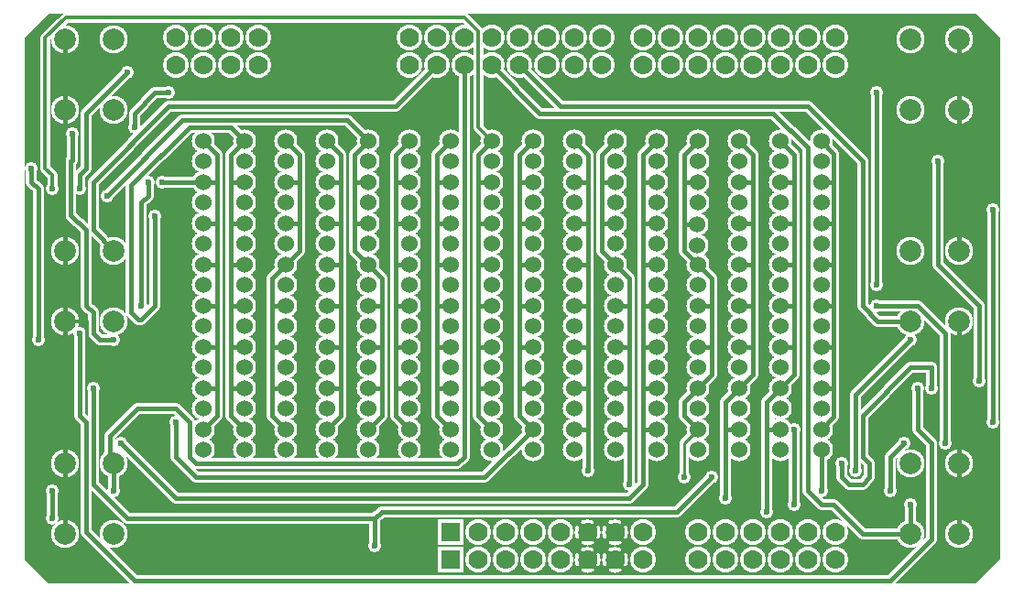
<source format=gbr>
G04 GERBER ASCII OUTPUT FROM: EDWINXP (VER. 1.61 REV. 20080315)*
G04 GERBER FORMAT: RX-274-X*
G04 BOARD: AMICUS_LED_SHIELD*
G04 ARTWORK OF COMP.LAYERPOSITIVE SUPERIMPOSED ON NEGATIVE*
%ASAXBY*%
%FSLAX23Y23*%
%MIA0B0*%
%MOIN*%
%OFA0.0000B0.0000*%
%SFA1B1*%
%IJA0B0*%
%INLAYER2NEGPOS*%
%IOA0B0*%
%IPPOS*%
%IR0*%
G04 APERTURE MACROS*
%AMEDWDONUT*
1,1,$1,$2,$3*
1,0,$4,$2,$3*
%
%AMEDWFRECT*
20,1,$1,$2,$3,$4,$5,$6*
%
%AMEDWORECT*
20,1,$1,$2,$3,$4,$5,$10*
20,1,$1,$4,$5,$6,$7,$10*
20,1,$1,$6,$7,$8,$9,$10*
20,1,$1,$8,$9,$2,$3,$10*
1,1,$1,$2,$3*
1,1,$1,$4,$5*
1,1,$1,$6,$7*
1,1,$1,$8,$9*
%
%AMEDWLINER*
20,1,$1,$2,$3,$4,$5,$6*
1,1,$1,$2,$3*
1,1,$1,$4,$5*
%
%AMEDWFTRNG*
4,1,3,$1,$2,$3,$4,$5,$6,$7,$8,$9*
%
%AMEDWATRNG*
4,1,3,$1,$2,$3,$4,$5,$6,$7,$8,$9*
20,1,$11,$1,$2,$3,$4,$10*
20,1,$11,$3,$4,$5,$6,$10*
20,1,$11,$5,$6,$7,$8,$10*
1,1,$11,$3,$4*
1,1,$11,$5,$6*
1,1,$11,$7,$8*
%
%AMEDWOTRNG*
20,1,$1,$2,$3,$4,$5,$8*
20,1,$1,$4,$5,$6,$7,$8*
20,1,$1,$6,$7,$2,$3,$8*
1,1,$1,$2,$3*
1,1,$1,$4,$5*
1,1,$1,$6,$7*
%
G04*
G04 APERTURE LIST*
%ADD10R,0.0860X0.0860*%
%ADD11R,0.1100X0.1100*%
%ADD12R,0.0700X0.0700*%
%ADD13R,0.0940X0.0940*%
%ADD14R,0.06693X0.04724*%
%ADD15R,0.09093X0.07124*%
%ADD16R,0.05906X0.03937*%
%ADD17R,0.08306X0.06337*%
%ADD18R,0.0460X0.0500*%
%ADD19R,0.0700X0.0740*%
%ADD20R,0.0400X0.0440*%
%ADD21R,0.0640X0.0680*%
%ADD22R,0.0500X0.0460*%
%ADD23R,0.0740X0.0700*%
%ADD24R,0.0440X0.0400*%
%ADD25R,0.0680X0.0640*%
%ADD26R,0.0350X0.0900*%
%ADD27R,0.0590X0.1140*%
%ADD28R,0.0250X0.0800*%
%ADD29R,0.0490X0.1040*%
%ADD30C,0.00039*%
%ADD32C,0.0010*%
%ADD34C,0.00118*%
%ADD36C,0.0020*%
%ADD37R,0.0020X0.0020*%
%ADD38C,0.00295*%
%ADD39R,0.00295X0.00295*%
%ADD40C,0.0030*%
%ADD41R,0.0030X0.0030*%
%ADD42C,0.0040*%
%ADD43R,0.0040X0.0040*%
%ADD44C,0.00412*%
%ADD45R,0.00412X0.00412*%
%ADD46C,0.00468*%
%ADD47R,0.00468X0.00468*%
%ADD48C,0.00472*%
%ADD50C,0.0050*%
%ADD51R,0.0050X0.0050*%
%ADD52C,0.00512*%
%ADD53R,0.00512X0.00512*%
%ADD54C,0.00529*%
%ADD55R,0.00529X0.00529*%
%ADD56C,0.00591*%
%ADD57R,0.00591X0.00591*%
%ADD58C,0.00647*%
%ADD59R,0.00647X0.00647*%
%ADD60C,0.00659*%
%ADD61R,0.00659X0.00659*%
%ADD62C,0.00702*%
%ADD63R,0.00702X0.00702*%
%ADD64C,0.00706*%
%ADD65R,0.00706X0.00706*%
%ADD66C,0.0076*%
%ADD67R,0.0076X0.0076*%
%ADD68C,0.00787*%
%ADD69R,0.00787X0.00787*%
%ADD70C,0.00799*%
%ADD72C,0.0080*%
%ADD74C,0.00866*%
%ADD76C,0.00935*%
%ADD77R,0.00935X0.00935*%
%ADD78C,0.00984*%
%ADD79R,0.00984X0.00984*%
%ADD80C,0.00993*%
%ADD81R,0.00993X0.00993*%
%ADD82C,0.0100*%
%ADD83R,0.0100X0.0100*%
%ADD84C,0.01052*%
%ADD85R,0.01052X0.01052*%
%ADD86C,0.0111*%
%ADD87R,0.0111X0.0111*%
%ADD88C,0.01111*%
%ADD89R,0.01111X0.01111*%
%ADD90C,0.01169*%
%ADD91R,0.01169X0.01169*%
%ADD92C,0.01181*%
%ADD94C,0.0120*%
%ADD96C,0.0130*%
%ADD98C,0.01344*%
%ADD99R,0.01344X0.01344*%
%ADD100C,0.01345*%
%ADD101R,0.01345X0.01345*%
%ADD102C,0.01348*%
%ADD103R,0.01348X0.01348*%
%ADD104C,0.01403*%
%ADD105R,0.01403X0.01403*%
%ADD106C,0.01462*%
%ADD107R,0.01462X0.01462*%
%ADD108C,0.0150*%
%ADD109R,0.0150X0.0150*%
%ADD110C,0.01519*%
%ADD111R,0.01519X0.01519*%
%ADD112C,0.01575*%
%ADD114C,0.01579*%
%ADD115R,0.01579X0.01579*%
%ADD116C,0.0160*%
%ADD118C,0.01694*%
%ADD119R,0.01694X0.01694*%
%ADD120C,0.01699*%
%ADD121R,0.01699X0.01699*%
%ADD122C,0.01753*%
%ADD123R,0.01753X0.01753*%
%ADD124C,0.01754*%
%ADD125R,0.01754X0.01754*%
%ADD126C,0.0187*%
%ADD127R,0.0187X0.0187*%
%ADD128C,0.01871*%
%ADD129R,0.01871X0.01871*%
%ADD130C,0.01929*%
%ADD131R,0.01929X0.01929*%
%ADD132C,0.01969*%
%ADD133R,0.01969X0.01969*%
%ADD134C,0.02103*%
%ADD135R,0.02103X0.02103*%
%ADD136C,0.02105*%
%ADD137R,0.02105X0.02105*%
%ADD138C,0.02162*%
%ADD139R,0.02162X0.02162*%
%ADD140C,0.02163*%
%ADD141R,0.02163X0.02163*%
%ADD142C,0.02222*%
%ADD143R,0.02222X0.02222*%
%ADD144C,0.0228*%
%ADD145R,0.0228X0.0228*%
%ADD146C,0.02339*%
%ADD147R,0.02339X0.02339*%
%ADD148C,0.02362*%
%ADD149R,0.02362X0.02362*%
%ADD150C,0.0240*%
%ADD151R,0.0240X0.0240*%
%ADD152C,0.0240*%
%ADD153R,0.0240X0.0240*%
%ADD154C,0.02456*%
%ADD155R,0.02456X0.02456*%
%ADD156C,0.0250*%
%ADD157R,0.0250X0.0250*%
%ADD158C,0.02571*%
%ADD159R,0.02571X0.02571*%
%ADD160C,0.02688*%
%ADD161R,0.02688X0.02688*%
%ADD162C,0.02804*%
%ADD163R,0.02804X0.02804*%
%ADD164C,0.02868*%
%ADD165R,0.02868X0.02868*%
%ADD166C,0.0290*%
%ADD168C,0.02921*%
%ADD169R,0.02921X0.02921*%
%ADD170C,0.02991*%
%ADD171R,0.02991X0.02991*%
%ADD172C,0.0300*%
%ADD173R,0.0300X0.0300*%
%ADD174C,0.03038*%
%ADD175R,0.03038X0.03038*%
%ADD176C,0.03059*%
%ADD177R,0.03059X0.03059*%
%ADD178C,0.03102*%
%ADD179R,0.03102X0.03102*%
%ADD180C,0.03155*%
%ADD181R,0.03155X0.03155*%
%ADD182C,0.0316*%
%ADD183R,0.0316X0.0316*%
%ADD184C,0.03187*%
%ADD185R,0.03187X0.03187*%
%ADD186C,0.03199*%
%ADD187R,0.03199X0.03199*%
%ADD188C,0.0320*%
%ADD189R,0.0320X0.0320*%
%ADD190C,0.03266*%
%ADD192C,0.03272*%
%ADD193R,0.03272X0.03272*%
%ADD194C,0.0333*%
%ADD195R,0.0333X0.0333*%
%ADD196C,0.03335*%
%ADD197R,0.03335X0.03335*%
%ADD198C,0.03384*%
%ADD199R,0.03384X0.03384*%
%ADD200C,0.03391*%
%ADD201R,0.03391X0.03391*%
%ADD202C,0.03393*%
%ADD203R,0.03393X0.03393*%
%ADD204C,0.03452*%
%ADD205R,0.03452X0.03452*%
%ADD206C,0.0350*%
%ADD207R,0.0350X0.0350*%
%ADD208C,0.03506*%
%ADD209R,0.03506X0.03506*%
%ADD210C,0.0351*%
%ADD211R,0.0351X0.0351*%
%ADD212C,0.03511*%
%ADD213R,0.03511X0.03511*%
%ADD214C,0.03569*%
%ADD215R,0.03569X0.03569*%
%ADD216C,0.03581*%
%ADD218C,0.0360*%
%ADD220C,0.0370*%
%ADD222C,0.03739*%
%ADD223R,0.03739X0.03739*%
%ADD224C,0.03744*%
%ADD225R,0.03744X0.03744*%
%ADD226C,0.03745*%
%ADD227R,0.03745X0.03745*%
%ADD228C,0.03803*%
%ADD229R,0.03803X0.03803*%
%ADD230C,0.03862*%
%ADD231R,0.03862X0.03862*%
%ADD232C,0.0390*%
%ADD233R,0.0390X0.0390*%
%ADD234C,0.03919*%
%ADD235R,0.03919X0.03919*%
%ADD236C,0.03937*%
%ADD237R,0.03937X0.03937*%
%ADD238C,0.03973*%
%ADD239R,0.03973X0.03973*%
%ADD240C,0.03975*%
%ADD242C,0.03979*%
%ADD243R,0.03979X0.03979*%
%ADD244C,0.0400*%
%ADD245R,0.0400X0.0400*%
%ADD246C,0.0409*%
%ADD247R,0.0409X0.0409*%
%ADD248C,0.04094*%
%ADD249R,0.04094X0.04094*%
%ADD250C,0.04153*%
%ADD251R,0.04153X0.04153*%
%ADD252C,0.04154*%
%ADD253R,0.04154X0.04154*%
%ADD254C,0.04173*%
%ADD255R,0.04173X0.04173*%
%ADD256C,0.04209*%
%ADD257R,0.04209X0.04209*%
%ADD258C,0.0427*%
%ADD259R,0.0427X0.0427*%
%ADD260C,0.04271*%
%ADD261R,0.04271X0.04271*%
%ADD262C,0.04329*%
%ADD263R,0.04329X0.04329*%
%ADD264C,0.04385*%
%ADD265R,0.04385X0.04385*%
%ADD266C,0.0444*%
%ADD267R,0.0444X0.0444*%
%ADD268C,0.0450*%
%ADD269R,0.0450X0.0450*%
%ADD270C,0.04503*%
%ADD271R,0.04503X0.04503*%
%ADD272C,0.04505*%
%ADD273R,0.04505X0.04505*%
%ADD274C,0.04562*%
%ADD275R,0.04562X0.04562*%
%ADD276C,0.04563*%
%ADD277R,0.04563X0.04563*%
%ADD278C,0.04622*%
%ADD279R,0.04622X0.04622*%
%ADD280C,0.0468*%
%ADD281R,0.0468X0.0468*%
%ADD282C,0.0470*%
%ADD283R,0.0470X0.0470*%
%ADD284C,0.04739*%
%ADD285R,0.04739X0.04739*%
%ADD286C,0.04762*%
%ADD287R,0.04762X0.04762*%
%ADD288C,0.04856*%
%ADD289R,0.04856X0.04856*%
%ADD290C,0.0490*%
%ADD291R,0.0490X0.0490*%
%ADD292C,0.04908*%
%ADD293R,0.04908X0.04908*%
%ADD294C,0.04971*%
%ADD295R,0.04971X0.04971*%
%ADD296C,0.0500*%
%ADD297R,0.0500X0.0500*%
%ADD298C,0.05025*%
%ADD299R,0.05025X0.05025*%
%ADD300C,0.05088*%
%ADD301R,0.05088X0.05088*%
%ADD302C,0.05118*%
%ADD303R,0.05118X0.05118*%
%ADD304C,0.05141*%
%ADD305R,0.05141X0.05141*%
%ADD306C,0.05145*%
%ADD307R,0.05145X0.05145*%
%ADD308C,0.05204*%
%ADD309R,0.05204X0.05204*%
%ADD310C,0.05258*%
%ADD311R,0.05258X0.05258*%
%ADD312C,0.05321*%
%ADD313R,0.05321X0.05321*%
%ADD314C,0.05375*%
%ADD315R,0.05375X0.05375*%
%ADD316C,0.05438*%
%ADD317R,0.05438X0.05438*%
%ADD318C,0.0550*%
%ADD319R,0.0550X0.0550*%
%ADD320C,0.05555*%
%ADD321R,0.05555X0.05555*%
%ADD322C,0.0560*%
%ADD323R,0.0560X0.0560*%
%ADD324C,0.05613*%
%ADD325R,0.05613X0.05613*%
%ADD326C,0.05672*%
%ADD327R,0.05672X0.05672*%
%ADD328C,0.0570*%
%ADD329R,0.0570X0.0570*%
%ADD330C,0.05726*%
%ADD331R,0.05726X0.05726*%
%ADD332C,0.0573*%
%ADD333R,0.0573X0.0573*%
%ADD334C,0.05788*%
%ADD335R,0.05788X0.05788*%
%ADD336C,0.05791*%
%ADD337R,0.05791X0.05791*%
%ADD338C,0.05846*%
%ADD339R,0.05846X0.05846*%
%ADD340C,0.0590*%
%ADD341R,0.0590X0.0590*%
%ADD342C,0.05905*%
%ADD343R,0.05905X0.05905*%
%ADD344C,0.05906*%
%ADD345R,0.05906X0.05906*%
%ADD346C,0.0600*%
%ADD347R,0.0600X0.0600*%
%ADD348C,0.06139*%
%ADD349R,0.06139X0.06139*%
%ADD350C,0.0620*%
%ADD351R,0.0620X0.0620*%
%ADD352C,0.06201*%
%ADD353R,0.06201X0.06201*%
%ADD354C,0.06373*%
%ADD355R,0.06373X0.06373*%
%ADD356C,0.06485*%
%ADD357R,0.06485X0.06485*%
%ADD358C,0.0649*%
%ADD359R,0.0649X0.0649*%
%ADD360C,0.0650*%
%ADD361R,0.0650X0.0650*%
%ADD362C,0.06609*%
%ADD363R,0.06609X0.06609*%
%ADD364C,0.06693*%
%ADD365R,0.06693X0.06693*%
%ADD366C,0.06785*%
%ADD367R,0.06785X0.06785*%
%ADD368C,0.0684*%
%ADD369R,0.0684X0.0684*%
%ADD370C,0.0690*%
%ADD371R,0.0690X0.0690*%
%ADD372C,0.06906*%
%ADD373R,0.06906X0.06906*%
%ADD374C,0.06953*%
%ADD375R,0.06953X0.06953*%
%ADD376C,0.0700*%
%ADD377R,0.0700X0.0700*%
%ADD378C,0.0710*%
%ADD379R,0.0710X0.0710*%
%ADD380C,0.07308*%
%ADD381R,0.07308X0.07308*%
%ADD382C,0.0740*%
%ADD383R,0.0740X0.0740*%
%ADD384C,0.07425*%
%ADD385R,0.07425X0.07425*%
%ADD386C,0.0750*%
%ADD387R,0.0750X0.0750*%
%ADD388C,0.07541*%
%ADD389R,0.07541X0.07541*%
%ADD390C,0.07545*%
%ADD391R,0.07545X0.07545*%
%ADD392C,0.07598*%
%ADD394C,0.0760*%
%ADD396C,0.07658*%
%ADD397R,0.07658X0.07658*%
%ADD398C,0.07775*%
%ADD399R,0.07775X0.07775*%
%ADD400C,0.07874*%
%ADD402C,0.0790*%
%ADD403R,0.0790X0.0790*%
%ADD404C,0.0800*%
%ADD405R,0.0800X0.0800*%
%ADD406C,0.08013*%
%ADD407R,0.08013X0.08013*%
%ADD408C,0.0810*%
%ADD409R,0.0810X0.0810*%
%ADD410C,0.08126*%
%ADD411R,0.08126X0.08126*%
%ADD412C,0.08188*%
%ADD413R,0.08188X0.08188*%
%ADD414C,0.08246*%
%ADD415R,0.08246X0.08246*%
%ADD416C,0.08296*%
%ADD417R,0.08296X0.08296*%
%ADD418C,0.08305*%
%ADD419R,0.08305X0.08305*%
%ADD420C,0.08306*%
%ADD421R,0.08306X0.08306*%
%ADD422C,0.0840*%
%ADD423R,0.0840X0.0840*%
%ADD424C,0.08598*%
%ADD426C,0.0860*%
%ADD427R,0.0860X0.0860*%
%ADD428C,0.08601*%
%ADD429R,0.08601X0.08601*%
%ADD430C,0.0870*%
%ADD431R,0.0870X0.0870*%
%ADD432C,0.08828*%
%ADD433R,0.08828X0.08828*%
%ADD434C,0.08885*%
%ADD435R,0.08885X0.08885*%
%ADD436C,0.0890*%
%ADD437R,0.0890X0.0890*%
%ADD438C,0.0900*%
%ADD439R,0.0900X0.0900*%
%ADD440C,0.09062*%
%ADD441R,0.09062X0.09062*%
%ADD442C,0.09093*%
%ADD443R,0.09093X0.09093*%
%ADD444C,0.09237*%
%ADD445R,0.09237X0.09237*%
%ADD446C,0.09353*%
%ADD447R,0.09353X0.09353*%
%ADD448C,0.0940*%
%ADD449R,0.0940X0.0940*%
%ADD450C,0.0970*%
%ADD451R,0.0970X0.0970*%
%ADD452C,0.09705*%
%ADD453R,0.09705X0.09705*%
%ADD454C,0.09843*%
%ADD455R,0.09843X0.09843*%
%ADD456C,0.0990*%
%ADD457R,0.0990X0.0990*%
%ADD458C,0.09998*%
%ADD460C,0.1000*%
%ADD461R,0.1000X0.1000*%
%ADD462C,0.10274*%
%ADD464C,0.1040*%
%ADD465R,0.1040X0.1040*%
%ADD466C,0.10465*%
%ADD467R,0.10465X0.10465*%
%ADD468C,0.10696*%
%ADD469R,0.10696X0.10696*%
%ADD470C,0.10998*%
%ADD472C,0.1100*%
%ADD473R,0.1100X0.1100*%
%ADD474C,0.1110*%
%ADD475R,0.1110X0.1110*%
%ADD476C,0.1120*%
%ADD477R,0.1120X0.1120*%
%ADD478C,0.11228*%
%ADD479R,0.11228X0.11228*%
%ADD480C,0.1140*%
%ADD481R,0.1140X0.1140*%
%ADD482C,0.11462*%
%ADD483R,0.11462X0.11462*%
%ADD484C,0.1150*%
%ADD485R,0.1150X0.1150*%
%ADD486C,0.11637*%
%ADD487R,0.11637X0.11637*%
%ADD488C,0.1200*%
%ADD489R,0.1200X0.1200*%
%ADD490C,0.1210*%
%ADD491R,0.1210X0.1210*%
%ADD492C,0.12105*%
%ADD493R,0.12105X0.12105*%
%ADD494C,0.1240*%
%ADD495R,0.1240X0.1240*%
%ADD496C,0.1250*%
%ADD497R,0.1250X0.1250*%
%ADD498C,0.12865*%
%ADD499R,0.12865X0.12865*%
%ADD500C,0.12992*%
%ADD501R,0.12992X0.12992*%
%ADD502C,0.1300*%
%ADD503R,0.1300X0.1300*%
%ADD504C,0.13204*%
%ADD505R,0.13204X0.13204*%
%ADD506C,0.1340*%
%ADD507R,0.1340X0.1340*%
%ADD508C,0.13798*%
%ADD509R,0.13798X0.13798*%
%ADD510C,0.1390*%
%ADD511R,0.1390X0.1390*%
%ADD512C,0.1420*%
%ADD513R,0.1420X0.1420*%
%ADD514C,0.1440*%
%ADD515R,0.1440X0.1440*%
%ADD516C,0.1490*%
%ADD517R,0.1490X0.1490*%
%ADD518C,0.1520*%
%ADD519R,0.1520X0.1520*%
%ADD520C,0.15374*%
%ADD521R,0.15374X0.15374*%
%ADD522C,0.1540*%
%ADD523R,0.1540X0.1540*%
%ADD524C,0.15604*%
%ADD525R,0.15604X0.15604*%
%ADD526C,0.16198*%
%ADD527R,0.16198X0.16198*%
%ADD528C,0.1660*%
%ADD529R,0.1660X0.1660*%
%ADD530C,0.17323*%
%ADD532C,0.1760*%
%ADD533R,0.1760X0.1760*%
%ADD534C,0.17774*%
%ADD535R,0.17774X0.17774*%
%ADD536C,0.18504*%
%ADD538C,0.18898*%
%ADD540C,0.20904*%
%ADD542C,0.2126*%
%ADD544C,0.21298*%
%ADD546C,0.22217*%
%ADD547R,0.22217X0.22217*%
%ADD548C,0.22835*%
%ADD551R,0.23622X0.23622*%
%ADD553R,0.24617X0.24617*%
%ADD555R,0.24937X0.24937*%
%ADD557R,0.25257X0.25257*%
%ADD559R,0.26022X0.26022*%
%ADD561R,0.27337X0.27337*%
%ADD563R,0.27657X0.27657*%
%ADD565R,0.31496X0.31496*%
%ADD567R,0.32811X0.32811*%
%ADD569R,0.33266X0.33266*%
%ADD571R,0.33896X0.33896*%
%ADD573R,0.35211X0.35211*%
%ADD575R,0.35666X0.35666*%
%ADD577R,0.36574X0.36574*%
%ADD579R,0.38974X0.38974*%
%ADD581R,1.90361X1.90361*%
%ADD583R,1.92761X1.92761*%
G04*
%LNLLAYER2CPOURD*%
%LPD*%
G36*
X2060Y98D02*
X2025Y13D01*
X100Y13D01*
X13Y100D01*
X13Y2000D01*
X100Y2088D01*
X3475Y2088D01*
X3563Y2000D01*
X3563Y100D01*
X3475Y13D01*
X2088Y13D01*
X2060Y98D01*
G37*
G36*
X2063Y100D02*
X2000Y13D01*
X2113Y13D01*
X2063Y100D01*
G37*
%LNLLAYER2CRELIEVEC*%
%LPC*%
G36*
X667Y1544D02*
X667Y659D01*
X699Y659D01*
X699Y1544D01*
X667Y1544D01*
G37*
G36*
X625Y548D02*
X625Y531D01*
X646Y531D01*
X646Y548D01*
X625Y548D01*
G37*
G36*
X574Y603D02*
X574Y469D01*
X599Y469D01*
X599Y603D01*
X574Y603D01*
G37*
G36*
X766Y1533D02*
X766Y659D01*
X811Y659D01*
X811Y1533D01*
X766Y1533D01*
G37*
G36*
X916Y1083D02*
X916Y672D01*
X967Y672D01*
X967Y1083D01*
X916Y1083D01*
G37*
G36*
X967Y1541D02*
X967Y1268D01*
X998Y1268D01*
X998Y1541D01*
X967Y1541D01*
G37*
G36*
X1113Y1541D02*
X1113Y660D01*
X1167Y660D01*
X1167Y1541D01*
X1113Y1541D01*
G37*
G36*
X1221Y1528D02*
X1221Y1270D01*
X1250Y1270D01*
X1250Y1528D01*
X1221Y1528D01*
G37*
G36*
X1268Y1084D02*
X1268Y668D01*
X1299Y668D01*
X1299Y1084D01*
X1268Y1084D01*
G37*
G36*
X1372Y1532D02*
X1372Y664D01*
X1398Y664D01*
X1398Y1532D01*
X1372Y1532D01*
G37*
G36*
X1518Y1596D02*
X1518Y598D01*
X1601Y598D01*
X1601Y1596D01*
X1518Y1596D01*
G37*
G36*
X1570Y556D02*
X1570Y523D01*
X1608Y523D01*
X1608Y556D01*
X1570Y556D01*
G37*
G36*
X1673Y1531D02*
X1673Y671D01*
X1703Y671D01*
X1703Y1531D01*
X1673Y1531D01*
G37*
G36*
X1814Y1527D02*
X1814Y663D01*
X1865Y663D01*
X1865Y1527D01*
X1814Y1527D01*
G37*
G36*
X2011Y1531D02*
X2011Y520D01*
X2050Y520D01*
X2050Y1531D01*
X2011Y1531D01*
G37*
G36*
X2121Y1533D02*
X2121Y1270D01*
X2162Y1270D01*
X2162Y1533D01*
X2121Y1533D01*
G37*
G36*
X2159Y1089D02*
X2159Y525D01*
X2211Y525D01*
X2211Y1089D01*
X2159Y1089D01*
G37*
G36*
X2269Y1527D02*
X2269Y514D01*
X2306Y514D01*
X2306Y1527D01*
X2269Y1527D01*
G37*
G36*
X2572Y633D02*
X2572Y515D01*
X2603Y515D01*
X2603Y633D01*
X2572Y633D01*
G37*
G36*
X2465Y1080D02*
X2465Y819D01*
X2497Y819D01*
X2497Y1080D01*
X2465Y1080D01*
G37*
G36*
X2617Y1304D02*
X2617Y818D01*
X2657Y818D01*
X2657Y1304D01*
X2617Y1304D01*
G37*
G36*
X2762Y1308D02*
X2762Y825D01*
X2811Y825D01*
X2811Y1308D01*
X2762Y1308D01*
G37*
G36*
X2711Y645D02*
X2711Y518D01*
X2743Y518D01*
X2743Y645D01*
X2711Y645D01*
G37*
G36*
X2769Y574D02*
X2769Y507D01*
X2797Y507D01*
X2797Y574D01*
X2769Y574D01*
G37*
G36*
X2863Y1311D02*
X2863Y518D01*
X2900Y518D01*
X2900Y1311D01*
X2863Y1311D01*
G37*
G36*
X2911Y1305D02*
X2911Y677D01*
X2948Y677D01*
X2948Y1305D01*
X2911Y1305D01*
G37*
G36*
X2410Y1535D02*
X2410Y1253D01*
X2464Y1253D01*
X2464Y1535D01*
X2410Y1535D01*
G37*
G36*
X2616Y1544D02*
X2616Y1339D01*
X2653Y1339D01*
X2653Y1544D01*
X2616Y1544D01*
G37*
G36*
X2764Y1537D02*
X2764Y1338D01*
X2800Y1338D01*
X2800Y1537D01*
X2764Y1537D01*
G37*
G36*
X2878Y1600D02*
X2878Y1338D01*
X2896Y1338D01*
X2896Y1600D01*
X2878Y1600D01*
G37*
G36*
X2911Y1541D02*
X2911Y1323D01*
X2948Y1323D01*
X2948Y1541D01*
X2911Y1541D01*
G37*
G36*
X413Y1017D02*
X413Y992D01*
X439Y992D01*
X439Y1017D01*
X413Y1017D01*
G37*
G36*
X411Y1480D02*
X411Y1407D01*
X452Y1407D01*
X452Y1480D01*
X411Y1480D01*
G37*
G36*
X337Y523D02*
X337Y471D01*
X377Y471D01*
X377Y523D01*
X337Y523D01*
G37*
G36*
X2872Y481D02*
X2872Y344D01*
X2898Y344D01*
X2898Y481D01*
X2872Y481D01*
G37*
D422*
X1113Y575D02*D03*
X1113Y501D02*D03*
X1113Y725D02*D03*
X1113Y651D02*D03*
X1113Y875D02*D03*
X1113Y801D02*D03*
X1113Y1025D02*D03*
X1113Y951D02*D03*
X1113Y1175D02*D03*
X1113Y1101D02*D03*
D448*
X2263Y2000D02*D03*
X2363Y2000D02*D03*
X2463Y2000D02*D03*
X2563Y2000D02*D03*
X2663Y2000D02*D03*
X2763Y2000D02*D03*
X2863Y2000D02*D03*
X2963Y2000D02*D03*
X1763Y100D02*D03*
X1863Y100D02*D03*
X1963Y100D02*D03*
X2263Y100D02*D03*
X1413Y2000D02*D03*
X1513Y2000D02*D03*
X1613Y2000D02*D03*
X1713Y2000D02*D03*
X1813Y2000D02*D03*
X1913Y2000D02*D03*
X2013Y2000D02*D03*
X2113Y2000D02*D03*
X2463Y100D02*D03*
X2563Y100D02*D03*
X2663Y100D02*D03*
X2763Y100D02*D03*
X2863Y100D02*D03*
X2963Y100D02*D03*
D13* 
X1563Y200D02*D03*
D448*
X1663Y200D02*D03*
X1763Y200D02*D03*
X1863Y200D02*D03*
X1963Y200D02*D03*
X2263Y200D02*D03*
X563Y1900D02*D03*
X663Y1900D02*D03*
X763Y1900D02*D03*
X863Y1900D02*D03*
X2463Y200D02*D03*
X2563Y200D02*D03*
X2663Y200D02*D03*
X2763Y200D02*D03*
X2863Y200D02*D03*
X2963Y200D02*D03*
X1413Y1900D02*D03*
X1513Y1900D02*D03*
X1613Y1900D02*D03*
X1713Y1900D02*D03*
X1813Y1900D02*D03*
X1913Y1900D02*D03*
X2013Y1900D02*D03*
X2113Y1900D02*D03*
X2263Y1900D02*D03*
X2363Y1900D02*D03*
X2463Y1900D02*D03*
X2563Y1900D02*D03*
X2663Y1900D02*D03*
X2763Y1900D02*D03*
X2863Y1900D02*D03*
X2963Y1900D02*D03*
D422*
X1113Y1625D02*D03*
X1113Y1551D02*D03*
X1263Y575D02*D03*
X1263Y501D02*D03*
X1263Y725D02*D03*
X1263Y651D02*D03*
X1263Y875D02*D03*
X1263Y801D02*D03*
X1263Y1025D02*D03*
X1263Y951D02*D03*
X1263Y1175D02*D03*
X1263Y1101D02*D03*
X963Y575D02*D03*
X963Y501D02*D03*
X963Y725D02*D03*
X963Y651D02*D03*
X963Y875D02*D03*
X963Y801D02*D03*
X963Y1025D02*D03*
X963Y951D02*D03*
X963Y1175D02*D03*
X963Y1101D02*D03*
X963Y1325D02*D03*
X963Y1251D02*D03*
X963Y1475D02*D03*
X963Y1401D02*D03*
X963Y1625D02*D03*
X963Y1551D02*D03*
D462*
X338Y1993D02*D03*
X338Y1738D02*D03*
D422*
X1563Y875D02*D03*
X1563Y801D02*D03*
X1563Y1025D02*D03*
X1563Y951D02*D03*
X1563Y1175D02*D03*
X1563Y1101D02*D03*
X1563Y1325D02*D03*
X1563Y1251D02*D03*
X1563Y1475D02*D03*
X1563Y1401D02*D03*
X1563Y1625D02*D03*
X1563Y1551D02*D03*
X1413Y575D02*D03*
X1413Y501D02*D03*
X1413Y725D02*D03*
X1413Y651D02*D03*
X1413Y875D02*D03*
X1413Y801D02*D03*
X1263Y1325D02*D03*
X1263Y1251D02*D03*
X1263Y1475D02*D03*
X1263Y1401D02*D03*
X1263Y1625D02*D03*
X1263Y1551D02*D03*
X1113Y1325D02*D03*
X1113Y1251D02*D03*
X1113Y1475D02*D03*
X1113Y1401D02*D03*
D448*
X563Y2000D02*D03*
X663Y2000D02*D03*
X763Y2000D02*D03*
X863Y2000D02*D03*
D422*
X1713Y1625D02*D03*
X1713Y1551D02*D03*
X1863Y575D02*D03*
X1863Y501D02*D03*
X1863Y725D02*D03*
X1863Y651D02*D03*
X1863Y875D02*D03*
X1863Y801D02*D03*
X1863Y1025D02*D03*
X1863Y951D02*D03*
X1863Y1175D02*D03*
X1863Y1101D02*D03*
X1863Y1325D02*D03*
X1863Y1251D02*D03*
X1863Y1475D02*D03*
X1863Y1401D02*D03*
X1863Y1625D02*D03*
X1863Y1551D02*D03*
X1413Y1025D02*D03*
X1413Y951D02*D03*
X1413Y1175D02*D03*
X1413Y1101D02*D03*
X1413Y1325D02*D03*
X1413Y1251D02*D03*
X1413Y1475D02*D03*
X1413Y1401D02*D03*
X1413Y1625D02*D03*
X1413Y1551D02*D03*
X1563Y575D02*D03*
X1563Y501D02*D03*
X1563Y725D02*D03*
X1563Y651D02*D03*
X2013Y1625D02*D03*
X2013Y1551D02*D03*
X2163Y575D02*D03*
X2163Y501D02*D03*
X2163Y725D02*D03*
X2163Y651D02*D03*
X2163Y875D02*D03*
X2163Y801D02*D03*
X2163Y1025D02*D03*
X2163Y951D02*D03*
X2163Y1175D02*D03*
X2163Y1101D02*D03*
X2163Y1325D02*D03*
X2163Y1251D02*D03*
X2163Y1475D02*D03*
X2163Y1401D02*D03*
X2163Y1625D02*D03*
X2163Y1551D02*D03*
X1713Y575D02*D03*
X1713Y501D02*D03*
X1713Y725D02*D03*
X1713Y651D02*D03*
X1713Y875D02*D03*
X1713Y801D02*D03*
X1713Y1025D02*D03*
X1713Y951D02*D03*
X1713Y1175D02*D03*
X1713Y1101D02*D03*
X1713Y1325D02*D03*
X1713Y1251D02*D03*
X1713Y1475D02*D03*
X1713Y1401D02*D03*
X2313Y1625D02*D03*
X2313Y1551D02*D03*
X2463Y575D02*D03*
X2463Y501D02*D03*
X2463Y725D02*D03*
X2463Y651D02*D03*
X2463Y875D02*D03*
X2463Y801D02*D03*
X2463Y1025D02*D03*
X2463Y951D02*D03*
X2463Y1175D02*D03*
X2463Y1101D02*D03*
X2461Y1320D02*D03*
X2461Y1246D02*D03*
X2463Y1475D02*D03*
X2463Y1401D02*D03*
X2463Y1625D02*D03*
X2463Y1551D02*D03*
X2013Y575D02*D03*
X2013Y501D02*D03*
X2013Y725D02*D03*
X2013Y651D02*D03*
X2013Y875D02*D03*
X2013Y801D02*D03*
X2013Y1025D02*D03*
X2013Y951D02*D03*
X2013Y1175D02*D03*
X2013Y1101D02*D03*
X2013Y1325D02*D03*
X2013Y1251D02*D03*
X2013Y1475D02*D03*
X2013Y1401D02*D03*
X2613Y1625D02*D03*
X2613Y1551D02*D03*
X2763Y575D02*D03*
X2763Y501D02*D03*
X2763Y725D02*D03*
X2763Y651D02*D03*
X2763Y875D02*D03*
X2763Y801D02*D03*
X2763Y1025D02*D03*
X2763Y951D02*D03*
X2763Y1175D02*D03*
X2763Y1101D02*D03*
X2763Y1325D02*D03*
X2763Y1251D02*D03*
X2763Y1475D02*D03*
X2763Y1401D02*D03*
X2763Y1625D02*D03*
X2763Y1551D02*D03*
X2313Y575D02*D03*
X2313Y501D02*D03*
X2313Y725D02*D03*
X2313Y651D02*D03*
X2313Y875D02*D03*
X2313Y801D02*D03*
X2313Y1025D02*D03*
X2313Y951D02*D03*
X2313Y1175D02*D03*
X2313Y1101D02*D03*
X2313Y1325D02*D03*
X2313Y1251D02*D03*
X2313Y1475D02*D03*
X2313Y1401D02*D03*
X2913Y1625D02*D03*
X2913Y1551D02*D03*
X813Y575D02*D03*
X813Y501D02*D03*
X813Y725D02*D03*
X813Y651D02*D03*
X813Y875D02*D03*
X813Y801D02*D03*
X813Y1025D02*D03*
X813Y951D02*D03*
X813Y1175D02*D03*
X813Y1101D02*D03*
X813Y1325D02*D03*
X813Y1251D02*D03*
X813Y1475D02*D03*
X813Y1401D02*D03*
X813Y1625D02*D03*
X813Y1551D02*D03*
X2613Y575D02*D03*
X2613Y501D02*D03*
X2613Y725D02*D03*
X2613Y651D02*D03*
X2613Y875D02*D03*
X2613Y801D02*D03*
X2613Y1025D02*D03*
X2613Y951D02*D03*
X2613Y1175D02*D03*
X2613Y1101D02*D03*
X2613Y1325D02*D03*
X2613Y1251D02*D03*
X2613Y1475D02*D03*
X2613Y1401D02*D03*
D462*
X338Y1225D02*D03*
X338Y969D02*D03*
D422*
X663Y575D02*D03*
X663Y501D02*D03*
X663Y725D02*D03*
X663Y651D02*D03*
X663Y875D02*D03*
X663Y801D02*D03*
X663Y1025D02*D03*
X663Y951D02*D03*
X663Y1175D02*D03*
X663Y1101D02*D03*
X663Y1325D02*D03*
X663Y1251D02*D03*
X663Y1475D02*D03*
X663Y1401D02*D03*
X663Y1625D02*D03*
X663Y1551D02*D03*
X2913Y575D02*D03*
X2913Y501D02*D03*
X2913Y725D02*D03*
X2913Y651D02*D03*
X2913Y875D02*D03*
X2913Y801D02*D03*
X2913Y1025D02*D03*
X2913Y951D02*D03*
X2913Y1175D02*D03*
X2913Y1101D02*D03*
X2913Y1325D02*D03*
X2913Y1251D02*D03*
X2913Y1475D02*D03*
X2913Y1401D02*D03*
D13* 
X1563Y100D02*D03*
D448*
X1663Y100D02*D03*
D460*
X563Y100D02*D03*
X1063Y2000D02*D03*
D462*
X3238Y1738D02*D03*
X3238Y1993D02*D03*
X3238Y969D02*D03*
X3238Y1225D02*D03*
X3238Y194D02*D03*
X3238Y450D02*D03*
X338Y450D02*D03*
X338Y194D02*D03*
D460*
X3475Y1463D02*D03*
D94* 
G75*
G01X2179Y237D02*
G03X2145Y237I-17J-37D01*
G01*
G75*
G01X2125Y217D02*
G03X2125Y183I37J-17D01*
G01*
G75*
G01X2146Y163D02*
G03X2180Y163I17J37D01*
G01*
G75*
G01X2200Y183D02*
G03X2200Y217I-37J17D01*
G01*
G75*
G01X2079Y237D02*
G03X2045Y237I-17J-37D01*
G01*
G75*
G01X2025Y217D02*
G03X2025Y183I37J-17D01*
G01*
G75*
G01X2046Y163D02*
G03X2080Y163I17J37D01*
G01*
G75*
G01X2100Y183D02*
G03X2100Y217I-37J17D01*
G01*
G75*
G01X2179Y137D02*
G03X2145Y137I-17J-37D01*
G01*
G75*
G01X2125Y117D02*
G03X2125Y83I37J-17D01*
G01*
G75*
G01X2146Y63D02*
G03X2180Y63I17J37D01*
G01*
G75*
G01X2200Y83D02*
G03X2200Y117I-37J17D01*
G01*
G75*
G01X2079Y137D02*
G03X2045Y137I-17J-37D01*
G01*
G75*
G01X2025Y117D02*
G03X2025Y83I37J-17D01*
G01*
G75*
G01X2046Y63D02*
G03X2080Y63I17J37D01*
G01*
G75*
G01X2100Y83D02*
G03X2100Y117I-37J17D01*
G01*
D462*
X160Y1993D02*D03*
X160Y1738D02*D03*
X160Y1225D02*D03*
X160Y969D02*D03*
X160Y450D02*D03*
X160Y194D02*D03*
X3415Y194D02*D03*
X3415Y450D02*D03*
X3415Y969D02*D03*
X3415Y1225D02*D03*
X3415Y1738D02*D03*
X3415Y1993D02*D03*
D286*
X413Y1675D02*D03*
X538Y1800D02*D03*
X3113Y1800D02*D03*
X3113Y1100D02*D03*
X1288Y150D02*D03*
X3038Y425D02*D03*
X2513Y400D02*D03*
X63Y900D02*D03*
X263Y725D02*D03*
X38Y1525D02*D03*
X3238Y900D02*D03*
X113Y250D02*D03*
X113Y350D02*D03*
X2713Y275D02*D03*
X2563Y325D02*D03*
X2413Y400D02*D03*
X363Y525D02*D03*
X2213Y375D02*D03*
X2063Y425D02*D03*
X563Y600D02*D03*
X113Y1450D02*D03*
X388Y1875D02*D03*
X213Y1450D02*D03*
X313Y1425D02*D03*
X488Y1350D02*D03*
X3238Y300D02*D03*
X338Y350D02*D03*
X3113Y1025D02*D03*
X3538Y600D02*D03*
X3538Y1375D02*D03*
X3488Y750D02*D03*
X3338Y1550D02*D03*
X3263Y725D02*D03*
X213Y925D02*D03*
X2988Y450D02*D03*
X3313Y725D02*D03*
X463Y1475D02*D03*
X438Y1025D02*D03*
X513Y1475D02*D03*
X338Y900D02*D03*
X188Y1650D02*D03*
X2813Y575D02*D03*
X2813Y300D02*D03*
X2913Y350D02*D03*
X3213Y525D02*D03*
X3163Y350D02*D03*
X3363Y525D02*D03*
D240*
X2959Y1475D02*
X2959Y1578D01*
X2913Y1625D01*
X2813Y1475D02*
X2763Y1475D01*
X2813Y1175D02*
X2763Y1175D01*
X2813Y875D02*
X2763Y875D01*
X2713Y575D02*
X2763Y575D01*
X2763Y725D02*
X2813Y775D01*
X2813Y875D01*
X2813Y1025D02*
X2763Y1025D01*
X2813Y1475D02*
X2813Y1575D01*
X2763Y1625D01*
X2813Y1475D02*
X2813Y1325D01*
X2763Y1325D01*
X2813Y1175D02*
X2813Y1325D01*
X2813Y1175D02*
X2813Y1025D01*
X2813Y875D01*
X2713Y275D02*
X2713Y575D01*
X2763Y725D02*
X2713Y675D01*
X2713Y575D01*
D112*
X3415Y969D02*
X3415Y800D01*
X3413Y798D01*
X3413Y725D01*
X160Y450D02*
X160Y194D01*
X160Y1225D02*
X160Y969D01*
X160Y1993D02*
X160Y1738D01*
X3415Y450D02*
X3415Y650D01*
X3413Y652D01*
X3413Y725D01*
X160Y1738D02*
X160Y1675D01*
X155Y1670D01*
X155Y1325D01*
X160Y1320D01*
X160Y1225D01*
X3415Y1225D02*
X3415Y1300D01*
X3408Y1307D01*
X3408Y1650D01*
X3415Y1657D01*
X3415Y1738D01*
X160Y969D02*
X160Y450D01*
D240*
X2813Y575D02*
X2813Y300D01*
X113Y250D02*
X113Y350D01*
X2959Y725D02*
X2913Y725D01*
X2959Y1025D02*
X2913Y1025D01*
X2959Y1325D02*
X2913Y1325D01*
X2959Y1475D02*
X2913Y1475D01*
X2959Y1175D02*
X2913Y1175D01*
X2913Y575D02*
X2959Y622D01*
X2959Y725D01*
X2959Y875D01*
X2913Y875D01*
X2959Y1025D02*
X2959Y875D01*
X2959Y1025D02*
X2959Y1175D01*
X2959Y1325D01*
X2959Y1475D01*
D112*
X3415Y1738D02*
X3415Y1993D01*
X3415Y194D02*
X3415Y450D01*
D240*
X1288Y250D02*
X1313Y275D01*
X2388Y275D01*
X2513Y400D01*
X63Y900D02*
X63Y1450D01*
X38Y1475D01*
X38Y1525D01*
X263Y725D02*
X263Y375D01*
X388Y250D01*
X1288Y250D01*
D92* 
X160Y969D02*
X240Y969D01*
X240Y872D01*
X363Y750D01*
D112*
X3113Y250D02*
X3113Y525D01*
D244*
X413Y1675D02*
X413Y1725D01*
X488Y1800D01*
X538Y1800D01*
X3113Y1800D02*
X3113Y1100D01*
D240*
X1288Y250D02*
X1288Y150D01*
X3238Y900D02*
X3038Y700D01*
X3038Y425D01*
X338Y1225D02*
X263Y1300D01*
X263Y1475D01*
X538Y1750D01*
X1363Y1750D01*
X1513Y1900D01*
X1813Y1900D02*
X1963Y1750D01*
X2863Y1750D01*
X3063Y1550D01*
X3063Y1025D01*
X3118Y969D01*
X3238Y969D01*
X3238Y194D02*
X3063Y194D01*
X2957Y300D01*
X2913Y300D01*
X2863Y350D01*
X2863Y1600D01*
X2738Y1725D01*
X1888Y1725D01*
X1713Y1900D01*
X3238Y194D02*
X3238Y300D01*
X338Y450D02*
X338Y350D01*
X338Y450D02*
X325Y462D01*
X325Y550D01*
X425Y650D01*
X563Y650D01*
X613Y600D01*
X613Y475D01*
X638Y450D01*
X1588Y450D01*
X1613Y475D01*
X1613Y1900D01*
X813Y1625D02*
X763Y1675D01*
X613Y1675D01*
X401Y1464D01*
X401Y1000D01*
X426Y975D01*
X438Y975D01*
X488Y1025D01*
X488Y1350D01*
X763Y1475D02*
X813Y1475D01*
X763Y1175D02*
X813Y1175D01*
X763Y875D02*
X813Y875D01*
X813Y1625D02*
X763Y1575D01*
X763Y1475D01*
X763Y1325D01*
X813Y1325D01*
X763Y1175D02*
X763Y1325D01*
X763Y1025D02*
X813Y1025D01*
X763Y725D02*
X813Y725D01*
X763Y875D02*
X763Y1025D01*
X763Y1175D01*
X763Y875D02*
X763Y725D01*
X763Y625D01*
X813Y575D01*
X713Y1175D02*
X713Y1325D01*
X713Y1175D02*
X713Y1025D01*
X713Y875D01*
X713Y725D01*
X713Y625D01*
X663Y575D01*
X338Y900D02*
X288Y900D01*
X263Y925D01*
X263Y1000D01*
X238Y1025D01*
X238Y1300D01*
X182Y1356D01*
X182Y1550D01*
X188Y1556D01*
X188Y1650D01*
X1163Y725D02*
X1163Y625D01*
X1113Y575D01*
X1013Y1475D02*
X963Y1475D01*
X913Y875D02*
X963Y875D01*
X913Y1025D02*
X963Y1025D01*
X913Y725D02*
X963Y725D01*
X963Y1625D02*
X1013Y1575D01*
X1013Y1475D01*
X1013Y1325D01*
X963Y1325D01*
X963Y1175D02*
X1013Y1225D01*
X1013Y1325D01*
X913Y875D02*
X913Y1025D01*
X963Y1175D02*
X913Y1125D01*
X913Y1025D01*
X913Y875D02*
X913Y725D01*
X913Y625D01*
X963Y575D01*
D244*
X663Y1475D02*
X513Y1475D01*
D240*
X663Y1475D02*
X713Y1475D01*
X713Y1175D02*
X663Y1175D01*
X713Y875D02*
X663Y875D01*
X713Y725D02*
X663Y725D01*
X713Y1025D02*
X663Y1025D01*
X713Y1475D02*
X713Y1575D01*
X663Y1625D01*
X713Y1475D02*
X713Y1325D01*
X663Y1325D01*
X1313Y875D02*
X1313Y1025D01*
X1263Y1175D02*
X1313Y1125D01*
X1313Y1025D01*
X1313Y875D02*
X1313Y725D01*
X1313Y625D01*
X1263Y575D01*
X1163Y1475D02*
X1113Y1475D01*
X1163Y1175D02*
X1113Y1175D01*
X1163Y875D02*
X1113Y875D01*
X1163Y725D02*
X1113Y725D01*
X1163Y1025D02*
X1113Y1025D01*
X1113Y1625D02*
X1163Y1575D01*
X1163Y1475D01*
X1163Y1325D01*
X1113Y1325D01*
X1163Y1175D02*
X1163Y1325D01*
X1163Y1175D02*
X1163Y1025D01*
X1163Y875D01*
X1163Y725D01*
X2988Y450D02*
X2988Y400D01*
X3013Y375D01*
X3063Y375D01*
X3088Y400D01*
X3088Y450D01*
X3063Y475D01*
X3063Y625D01*
X3238Y800D01*
X3313Y800D01*
X3313Y725D01*
X438Y1025D02*
X438Y1400D01*
X463Y1425D01*
X463Y1475D01*
X1363Y725D02*
X1363Y875D01*
X1413Y875D01*
X1363Y1025D02*
X1363Y875D01*
X1363Y1025D02*
X1363Y1175D01*
X1363Y1325D01*
X1363Y1475D01*
X1413Y1625D02*
X1363Y1575D01*
X1363Y1475D01*
X1263Y1625D02*
X1188Y1700D01*
X588Y1700D01*
X313Y1425D01*
X1213Y1475D02*
X1263Y1475D01*
X1313Y875D02*
X1263Y875D01*
X1263Y1625D02*
X1213Y1575D01*
X1213Y1475D01*
X1213Y1325D02*
X1263Y1325D01*
X1313Y1025D02*
X1263Y1025D01*
X1313Y725D02*
X1263Y725D01*
X1213Y1475D02*
X1213Y1325D01*
X1263Y1175D02*
X1213Y1225D01*
X1213Y1325D01*
X3363Y525D02*
X3363Y925D01*
X3263Y1025D01*
X3113Y1025D01*
X3538Y600D02*
X3538Y1375D01*
X3488Y750D02*
X3488Y1025D01*
X3338Y1175D01*
X3338Y1550D01*
X213Y925D02*
X213Y625D01*
X238Y600D01*
X238Y200D01*
X413Y25D01*
X3163Y25D01*
X3313Y175D01*
X3313Y525D01*
X3263Y575D01*
X3263Y725D01*
X1513Y725D02*
X1563Y725D01*
X1513Y1025D02*
X1563Y1025D01*
X1563Y1625D02*
X1513Y1575D01*
X1513Y1475D01*
X1513Y1325D01*
X1563Y1325D01*
X1513Y1175D02*
X1513Y1325D01*
X1513Y1175D02*
X1513Y1025D01*
X1513Y875D01*
X1513Y725D01*
X1513Y625D01*
X1563Y575D01*
X1363Y725D02*
X1413Y725D01*
X1363Y1025D02*
X1413Y1025D01*
X1363Y1325D02*
X1413Y1325D01*
X1363Y1475D02*
X1413Y1475D01*
X1363Y1175D02*
X1413Y1175D01*
X1363Y725D02*
X1363Y625D01*
X1413Y575D01*
X2913Y501D02*
X2913Y350D01*
X3213Y525D02*
X3163Y475D01*
X3163Y350D01*
X1663Y875D02*
X1713Y875D01*
X1663Y725D02*
X1713Y725D01*
X1663Y1025D02*
X1713Y1025D01*
X1713Y1625D02*
X1663Y1575D01*
X1663Y1475D01*
X1663Y1325D01*
X1713Y1325D01*
X1663Y1175D02*
X1663Y1325D01*
X1663Y1175D02*
X1663Y1025D01*
X1663Y875D01*
X1663Y725D01*
X1663Y625D01*
X1713Y575D01*
X388Y1875D02*
X238Y1725D01*
X238Y1525D01*
X213Y1500D01*
X213Y1450D01*
X1513Y1475D02*
X1563Y1475D01*
X1513Y1175D02*
X1563Y1175D01*
X1513Y875D02*
X1563Y875D01*
X1813Y1475D02*
X1863Y1475D01*
X1813Y1175D02*
X1863Y1175D01*
X1813Y875D02*
X1863Y875D01*
X1813Y725D02*
X1863Y725D01*
X1813Y1025D02*
X1863Y1025D01*
X1813Y1475D02*
X1813Y1575D01*
X1863Y1625D01*
X1813Y1475D02*
X1813Y1325D01*
X1863Y1325D01*
X1813Y1175D02*
X1813Y1325D01*
X1813Y1175D02*
X1813Y1025D01*
X1813Y875D01*
X1813Y725D01*
X1863Y575D02*
X1813Y625D01*
X1813Y725D01*
D216*
X1713Y1625D02*
X1663Y1675D01*
X1663Y2025D01*
X1613Y2075D01*
X163Y2075D01*
X88Y2000D01*
X88Y1525D01*
X113Y1500D01*
X113Y1450D01*
D240*
X1663Y1475D02*
X1713Y1475D01*
X1663Y1175D02*
X1713Y1175D01*
X2213Y375D02*
X2213Y575D01*
X2063Y1475D02*
X2013Y1475D01*
X2063Y1175D02*
X2013Y1175D01*
X2063Y875D02*
X2013Y875D01*
X2063Y725D02*
X2013Y725D01*
X2063Y1025D02*
X2013Y1025D01*
X2063Y1475D02*
X2063Y1575D01*
X2013Y1625D01*
X2063Y1475D02*
X2063Y1325D01*
X2013Y1325D01*
X2063Y1175D02*
X2063Y1325D01*
X2063Y1175D02*
X2063Y1025D01*
X2063Y875D01*
X2063Y725D01*
X2063Y575D01*
X2013Y575D01*
X2063Y425D02*
X2063Y575D01*
X1863Y575D02*
X1688Y400D01*
X638Y400D01*
X563Y475D01*
X563Y600D01*
X2263Y875D02*
X2263Y725D01*
X2263Y575D01*
X2313Y575D01*
X363Y525D02*
X563Y325D01*
X2213Y325D01*
X2263Y375D01*
X2263Y575D01*
X2113Y1475D02*
X2163Y1475D01*
X2213Y1025D02*
X2163Y1025D01*
X2213Y725D02*
X2163Y725D01*
X2113Y1475D02*
X2113Y1575D01*
X2163Y1625D01*
X2113Y1475D02*
X2113Y1325D01*
X2163Y1325D01*
X2163Y1175D02*
X2113Y1225D01*
X2113Y1325D01*
X2163Y1175D02*
X2213Y1125D01*
X2213Y1025D01*
X2213Y875D02*
X2163Y875D01*
X2213Y575D02*
X2163Y575D01*
X2213Y725D02*
X2213Y875D01*
X2213Y1025D01*
X2213Y725D02*
X2213Y575D01*
X2413Y1475D02*
X2413Y1575D01*
X2463Y1625D01*
X2413Y1475D02*
X2413Y1320D01*
X2461Y1320D01*
X2463Y1175D02*
X2413Y1225D01*
X2413Y1320D01*
X2513Y875D02*
X2513Y1025D01*
X2463Y1175D02*
X2513Y1125D01*
X2513Y1025D01*
X2263Y1475D02*
X2313Y1475D01*
X2263Y1175D02*
X2313Y1175D01*
X2263Y875D02*
X2313Y875D01*
X2263Y725D02*
X2313Y725D01*
X2263Y1025D02*
X2313Y1025D01*
X2263Y1475D02*
X2263Y1575D01*
X2313Y1625D01*
X2263Y1475D02*
X2263Y1325D01*
X2313Y1325D01*
X2263Y1175D02*
X2263Y1325D01*
X2263Y1175D02*
X2263Y1025D01*
X2263Y875D01*
X2663Y875D02*
X2613Y875D01*
X2663Y1475D02*
X2613Y1475D01*
X2563Y575D02*
X2613Y575D01*
X2613Y725D02*
X2663Y775D01*
X2663Y875D01*
X2663Y1025D01*
X2613Y1025D01*
X2663Y1025D02*
X2663Y1175D01*
X2613Y1175D01*
X2663Y1475D02*
X2663Y1575D01*
X2613Y1625D01*
X2663Y1475D02*
X2663Y1325D01*
X2613Y1325D01*
X2663Y1175D02*
X2663Y1325D01*
X2563Y325D02*
X2563Y575D01*
X2613Y725D02*
X2563Y675D01*
X2563Y575D01*
D190*
X2463Y575D02*
X2413Y525D01*
X2413Y400D01*
D240*
X2463Y575D02*
X2413Y625D01*
X2413Y675D01*
X2463Y725D01*
X2413Y1475D02*
X2463Y1475D01*
X2463Y725D02*
X2513Y775D01*
X2513Y875D01*
X2463Y875D01*
X2513Y1025D02*
X2463Y1025D01*
%LNLLAYER2CFILLD*%
%LPD*%
D346*
X1113Y575D02*D03*
X1113Y501D02*D03*
X1113Y725D02*D03*
X1113Y651D02*D03*
X1113Y875D02*D03*
X1113Y801D02*D03*
X1113Y1025D02*D03*
X1113Y951D02*D03*
X1113Y1175D02*D03*
X1113Y1101D02*D03*
D376*
X2263Y2000D02*D03*
X2363Y2000D02*D03*
X2463Y2000D02*D03*
X2563Y2000D02*D03*
X2663Y2000D02*D03*
X2763Y2000D02*D03*
X2863Y2000D02*D03*
X2963Y2000D02*D03*
X1763Y100D02*D03*
X1863Y100D02*D03*
X1963Y100D02*D03*
X2263Y100D02*D03*
X1413Y2000D02*D03*
X1513Y2000D02*D03*
X1613Y2000D02*D03*
X1713Y2000D02*D03*
X1813Y2000D02*D03*
X1913Y2000D02*D03*
X2013Y2000D02*D03*
X2113Y2000D02*D03*
X2463Y100D02*D03*
X2563Y100D02*D03*
X2663Y100D02*D03*
X2763Y100D02*D03*
X2863Y100D02*D03*
X2963Y100D02*D03*
D12* 
X1563Y200D02*D03*
D376*
X1663Y200D02*D03*
X1763Y200D02*D03*
X1863Y200D02*D03*
X1963Y200D02*D03*
X2263Y200D02*D03*
X563Y1900D02*D03*
X663Y1900D02*D03*
X763Y1900D02*D03*
X863Y1900D02*D03*
X2463Y200D02*D03*
X2563Y200D02*D03*
X2663Y200D02*D03*
X2763Y200D02*D03*
X2863Y200D02*D03*
X2963Y200D02*D03*
X1413Y1900D02*D03*
X1513Y1900D02*D03*
X1613Y1900D02*D03*
X1713Y1900D02*D03*
X1813Y1900D02*D03*
X1913Y1900D02*D03*
X2013Y1900D02*D03*
X2113Y1900D02*D03*
X2263Y1900D02*D03*
X2363Y1900D02*D03*
X2463Y1900D02*D03*
X2563Y1900D02*D03*
X2663Y1900D02*D03*
X2763Y1900D02*D03*
X2863Y1900D02*D03*
X2963Y1900D02*D03*
D346*
X1113Y1625D02*D03*
X1113Y1551D02*D03*
X1263Y575D02*D03*
X1263Y501D02*D03*
X1263Y725D02*D03*
X1263Y651D02*D03*
X1263Y875D02*D03*
X1263Y801D02*D03*
X1263Y1025D02*D03*
X1263Y951D02*D03*
X1263Y1175D02*D03*
X1263Y1101D02*D03*
X963Y575D02*D03*
X963Y501D02*D03*
X963Y725D02*D03*
X963Y651D02*D03*
X963Y875D02*D03*
X963Y801D02*D03*
X963Y1025D02*D03*
X963Y951D02*D03*
X963Y1175D02*D03*
X963Y1101D02*D03*
X963Y1325D02*D03*
X963Y1251D02*D03*
X963Y1475D02*D03*
X963Y1401D02*D03*
X963Y1625D02*D03*
X963Y1551D02*D03*
D400*
X338Y1993D02*D03*
X338Y1738D02*D03*
D346*
X1563Y875D02*D03*
X1563Y801D02*D03*
X1563Y1025D02*D03*
X1563Y951D02*D03*
X1563Y1175D02*D03*
X1563Y1101D02*D03*
X1563Y1325D02*D03*
X1563Y1251D02*D03*
X1563Y1475D02*D03*
X1563Y1401D02*D03*
X1563Y1625D02*D03*
X1563Y1551D02*D03*
X1413Y575D02*D03*
X1413Y501D02*D03*
X1413Y725D02*D03*
X1413Y651D02*D03*
X1413Y875D02*D03*
X1413Y801D02*D03*
X1263Y1325D02*D03*
X1263Y1251D02*D03*
X1263Y1475D02*D03*
X1263Y1401D02*D03*
X1263Y1625D02*D03*
X1263Y1551D02*D03*
X1113Y1325D02*D03*
X1113Y1251D02*D03*
X1113Y1475D02*D03*
X1113Y1401D02*D03*
D376*
X563Y2000D02*D03*
X663Y2000D02*D03*
X763Y2000D02*D03*
X863Y2000D02*D03*
D346*
X1713Y1625D02*D03*
X1713Y1551D02*D03*
X1863Y575D02*D03*
X1863Y501D02*D03*
X1863Y725D02*D03*
X1863Y651D02*D03*
X1863Y875D02*D03*
X1863Y801D02*D03*
X1863Y1025D02*D03*
X1863Y951D02*D03*
X1863Y1175D02*D03*
X1863Y1101D02*D03*
X1863Y1325D02*D03*
X1863Y1251D02*D03*
X1863Y1475D02*D03*
X1863Y1401D02*D03*
X1863Y1625D02*D03*
X1863Y1551D02*D03*
X1413Y1025D02*D03*
X1413Y951D02*D03*
X1413Y1175D02*D03*
X1413Y1101D02*D03*
X1413Y1325D02*D03*
X1413Y1251D02*D03*
X1413Y1475D02*D03*
X1413Y1401D02*D03*
X1413Y1625D02*D03*
X1413Y1551D02*D03*
X1563Y575D02*D03*
X1563Y501D02*D03*
X1563Y725D02*D03*
X1563Y651D02*D03*
X2013Y1625D02*D03*
X2013Y1551D02*D03*
X2163Y575D02*D03*
X2163Y501D02*D03*
X2163Y725D02*D03*
X2163Y651D02*D03*
X2163Y875D02*D03*
X2163Y801D02*D03*
X2163Y1025D02*D03*
X2163Y951D02*D03*
X2163Y1175D02*D03*
X2163Y1101D02*D03*
X2163Y1325D02*D03*
X2163Y1251D02*D03*
X2163Y1475D02*D03*
X2163Y1401D02*D03*
X2163Y1625D02*D03*
X2163Y1551D02*D03*
X1713Y575D02*D03*
X1713Y501D02*D03*
X1713Y725D02*D03*
X1713Y651D02*D03*
X1713Y875D02*D03*
X1713Y801D02*D03*
X1713Y1025D02*D03*
X1713Y951D02*D03*
X1713Y1175D02*D03*
X1713Y1101D02*D03*
X1713Y1325D02*D03*
X1713Y1251D02*D03*
X1713Y1475D02*D03*
X1713Y1401D02*D03*
X2313Y1625D02*D03*
X2313Y1551D02*D03*
X2463Y575D02*D03*
X2463Y501D02*D03*
X2463Y725D02*D03*
X2463Y651D02*D03*
X2463Y875D02*D03*
X2463Y801D02*D03*
X2463Y1025D02*D03*
X2463Y951D02*D03*
X2463Y1175D02*D03*
X2463Y1101D02*D03*
X2461Y1320D02*D03*
X2461Y1246D02*D03*
X2463Y1475D02*D03*
X2463Y1401D02*D03*
X2463Y1625D02*D03*
X2463Y1551D02*D03*
X2013Y575D02*D03*
X2013Y501D02*D03*
X2013Y725D02*D03*
X2013Y651D02*D03*
X2013Y875D02*D03*
X2013Y801D02*D03*
X2013Y1025D02*D03*
X2013Y951D02*D03*
X2013Y1175D02*D03*
X2013Y1101D02*D03*
X2013Y1325D02*D03*
X2013Y1251D02*D03*
X2013Y1475D02*D03*
X2013Y1401D02*D03*
X2613Y1625D02*D03*
X2613Y1551D02*D03*
X2763Y575D02*D03*
X2763Y501D02*D03*
X2763Y725D02*D03*
X2763Y651D02*D03*
X2763Y875D02*D03*
X2763Y801D02*D03*
X2763Y1025D02*D03*
X2763Y951D02*D03*
X2763Y1175D02*D03*
X2763Y1101D02*D03*
X2763Y1325D02*D03*
X2763Y1251D02*D03*
X2763Y1475D02*D03*
X2763Y1401D02*D03*
X2763Y1625D02*D03*
X2763Y1551D02*D03*
X2313Y575D02*D03*
X2313Y501D02*D03*
X2313Y725D02*D03*
X2313Y651D02*D03*
X2313Y875D02*D03*
X2313Y801D02*D03*
X2313Y1025D02*D03*
X2313Y951D02*D03*
X2313Y1175D02*D03*
X2313Y1101D02*D03*
X2313Y1325D02*D03*
X2313Y1251D02*D03*
X2313Y1475D02*D03*
X2313Y1401D02*D03*
X2913Y1625D02*D03*
X2913Y1551D02*D03*
X813Y575D02*D03*
X813Y501D02*D03*
X813Y725D02*D03*
X813Y651D02*D03*
X813Y875D02*D03*
X813Y801D02*D03*
X813Y1025D02*D03*
X813Y951D02*D03*
X813Y1175D02*D03*
X813Y1101D02*D03*
X813Y1325D02*D03*
X813Y1251D02*D03*
X813Y1475D02*D03*
X813Y1401D02*D03*
X813Y1625D02*D03*
X813Y1551D02*D03*
X2613Y575D02*D03*
X2613Y501D02*D03*
X2613Y725D02*D03*
X2613Y651D02*D03*
X2613Y875D02*D03*
X2613Y801D02*D03*
X2613Y1025D02*D03*
X2613Y951D02*D03*
X2613Y1175D02*D03*
X2613Y1101D02*D03*
X2613Y1325D02*D03*
X2613Y1251D02*D03*
X2613Y1475D02*D03*
X2613Y1401D02*D03*
D400*
X338Y1225D02*D03*
X338Y969D02*D03*
D346*
X663Y575D02*D03*
X663Y501D02*D03*
X663Y725D02*D03*
X663Y651D02*D03*
X663Y875D02*D03*
X663Y801D02*D03*
X663Y1025D02*D03*
X663Y951D02*D03*
X663Y1175D02*D03*
X663Y1101D02*D03*
X663Y1325D02*D03*
X663Y1251D02*D03*
X663Y1475D02*D03*
X663Y1401D02*D03*
X663Y1625D02*D03*
X663Y1551D02*D03*
X2913Y575D02*D03*
X2913Y501D02*D03*
X2913Y725D02*D03*
X2913Y651D02*D03*
X2913Y875D02*D03*
X2913Y801D02*D03*
X2913Y1025D02*D03*
X2913Y951D02*D03*
X2913Y1175D02*D03*
X2913Y1101D02*D03*
X2913Y1325D02*D03*
X2913Y1251D02*D03*
X2913Y1475D02*D03*
X2913Y1401D02*D03*
D12* 
X1563Y100D02*D03*
D376*
X1663Y100D02*D03*
D460*
X563Y100D02*D03*
X1063Y2000D02*D03*
D400*
X3238Y1738D02*D03*
X3238Y1993D02*D03*
X3238Y969D02*D03*
X3238Y1225D02*D03*
X3238Y194D02*D03*
X3238Y450D02*D03*
X338Y450D02*D03*
X338Y194D02*D03*
D460*
X3475Y1463D02*D03*
D376*
X2163Y200D02*D03*
X2063Y200D02*D03*
X2163Y100D02*D03*
X2063Y100D02*D03*
D400*
X160Y1993D02*D03*
X160Y1738D02*D03*
X160Y1225D02*D03*
X160Y969D02*D03*
X160Y450D02*D03*
X160Y194D02*D03*
X3415Y194D02*D03*
X3415Y450D02*D03*
X3415Y969D02*D03*
X3415Y1225D02*D03*
X3415Y1738D02*D03*
X3415Y1993D02*D03*
D148*
X413Y1675D02*D03*
X538Y1800D02*D03*
X3113Y1800D02*D03*
X3113Y1100D02*D03*
X1288Y150D02*D03*
X3038Y425D02*D03*
X2513Y400D02*D03*
X63Y900D02*D03*
X263Y725D02*D03*
X38Y1525D02*D03*
X3238Y900D02*D03*
X363Y750D02*D03*
X3113Y525D02*D03*
X3413Y725D02*D03*
X3113Y250D02*D03*
X113Y250D02*D03*
X113Y350D02*D03*
X2713Y275D02*D03*
X2563Y325D02*D03*
X2413Y400D02*D03*
X363Y525D02*D03*
X2213Y375D02*D03*
X2063Y425D02*D03*
X563Y600D02*D03*
X113Y1450D02*D03*
X388Y1875D02*D03*
X213Y1450D02*D03*
X313Y1425D02*D03*
X488Y1350D02*D03*
X3238Y300D02*D03*
X338Y350D02*D03*
X3113Y1025D02*D03*
X3538Y600D02*D03*
X3538Y1375D02*D03*
X3488Y750D02*D03*
X3338Y1550D02*D03*
X3263Y725D02*D03*
X213Y925D02*D03*
X2988Y450D02*D03*
X3313Y725D02*D03*
X463Y1475D02*D03*
X438Y1025D02*D03*
X513Y1475D02*D03*
X338Y900D02*D03*
X188Y1650D02*D03*
X2813Y575D02*D03*
X2813Y300D02*D03*
X2913Y350D02*D03*
X3213Y525D02*D03*
X3163Y350D02*D03*
X3363Y525D02*D03*
D112*
X2959Y1475D02*
X2959Y1578D01*
X2913Y1625D01*
X2813Y1475D02*
X2763Y1475D01*
X2813Y1175D02*
X2763Y1175D01*
X2813Y875D02*
X2763Y875D01*
X2713Y575D02*
X2763Y575D01*
X2763Y725D02*
X2813Y775D01*
X2813Y875D01*
X2813Y1025D02*
X2763Y1025D01*
X2813Y1475D02*
X2813Y1575D01*
X2763Y1625D01*
X2813Y1475D02*
X2813Y1325D01*
X2763Y1325D01*
X2813Y1175D02*
X2813Y1325D01*
X2813Y1175D02*
X2813Y1025D01*
X2813Y875D01*
X2713Y275D02*
X2713Y575D01*
X2763Y725D02*
X2713Y675D01*
X2713Y575D01*
X3415Y969D02*
X3415Y800D01*
X3413Y798D01*
X3413Y725D01*
X160Y450D02*
X160Y194D01*
X160Y1225D02*
X160Y969D01*
X160Y1993D02*
X160Y1738D01*
X3415Y450D02*
X3415Y650D01*
X3413Y652D01*
X3413Y725D01*
X160Y1738D02*
X160Y1675D01*
X155Y1670D01*
X155Y1325D01*
X160Y1320D01*
X160Y1225D01*
X3415Y1225D02*
X3415Y1300D01*
X3408Y1307D01*
X3408Y1650D01*
X3415Y1657D01*
X3415Y1738D01*
X160Y969D02*
X160Y450D01*
X2813Y575D02*
X2813Y300D01*
X113Y250D02*
X113Y350D01*
X2959Y725D02*
X2913Y725D01*
X2959Y1025D02*
X2913Y1025D01*
X2959Y1325D02*
X2913Y1325D01*
X2959Y1475D02*
X2913Y1475D01*
X2959Y1175D02*
X2913Y1175D01*
X2913Y575D02*
X2959Y622D01*
X2959Y725D01*
X2959Y875D01*
X2913Y875D01*
X2959Y1025D02*
X2959Y875D01*
X2959Y1025D02*
X2959Y1175D01*
X2959Y1325D01*
X2959Y1475D01*
X3415Y1738D02*
X3415Y1993D01*
X3415Y194D02*
X3415Y450D01*
X1288Y250D02*
X1313Y275D01*
X2388Y275D01*
X2513Y400D01*
X63Y900D02*
X63Y1450D01*
X38Y1475D01*
X38Y1525D01*
X263Y725D02*
X263Y375D01*
X388Y250D01*
X1288Y250D01*
D92* 
X160Y969D02*
X240Y969D01*
X240Y872D01*
X363Y750D01*
D112*
X3113Y250D02*
X3113Y525D01*
D116*
X413Y1675D02*
X413Y1725D01*
X488Y1800D01*
X538Y1800D01*
X3113Y1800D02*
X3113Y1100D01*
D112*
X1288Y250D02*
X1288Y150D01*
X3238Y900D02*
X3038Y700D01*
X3038Y425D01*
X338Y1225D02*
X263Y1300D01*
X263Y1475D01*
X538Y1750D01*
X1363Y1750D01*
X1513Y1900D01*
X1813Y1900D02*
X1963Y1750D01*
X2863Y1750D01*
X3063Y1550D01*
X3063Y1025D01*
X3118Y969D01*
X3238Y969D01*
X3238Y194D02*
X3063Y194D01*
X2957Y300D01*
X2913Y300D01*
X2863Y350D01*
X2863Y1600D01*
X2738Y1725D01*
X1888Y1725D01*
X1713Y1900D01*
X3238Y194D02*
X3238Y300D01*
X338Y450D02*
X338Y350D01*
X338Y450D02*
X325Y462D01*
X325Y550D01*
X425Y650D01*
X563Y650D01*
X613Y600D01*
X613Y475D01*
X638Y450D01*
X1588Y450D01*
X1613Y475D01*
X1613Y1900D01*
X813Y1625D02*
X763Y1675D01*
X613Y1675D01*
X401Y1464D01*
X401Y1000D01*
X426Y975D01*
X438Y975D01*
X488Y1025D01*
X488Y1350D01*
X763Y1475D02*
X813Y1475D01*
X763Y1175D02*
X813Y1175D01*
X763Y875D02*
X813Y875D01*
X813Y1625D02*
X763Y1575D01*
X763Y1475D01*
X763Y1325D01*
X813Y1325D01*
X763Y1175D02*
X763Y1325D01*
X763Y1025D02*
X813Y1025D01*
X763Y725D02*
X813Y725D01*
X763Y875D02*
X763Y1025D01*
X763Y1175D01*
X763Y875D02*
X763Y725D01*
X763Y625D01*
X813Y575D01*
X713Y1175D02*
X713Y1325D01*
X713Y1175D02*
X713Y1025D01*
X713Y875D01*
X713Y725D01*
X713Y625D01*
X663Y575D01*
X338Y900D02*
X288Y900D01*
X263Y925D01*
X263Y1000D01*
X238Y1025D01*
X238Y1300D01*
X182Y1356D01*
X182Y1550D01*
X188Y1556D01*
X188Y1650D01*
X1163Y725D02*
X1163Y625D01*
X1113Y575D01*
X1013Y1475D02*
X963Y1475D01*
X913Y875D02*
X963Y875D01*
X913Y1025D02*
X963Y1025D01*
X913Y725D02*
X963Y725D01*
X963Y1625D02*
X1013Y1575D01*
X1013Y1475D01*
X1013Y1325D01*
X963Y1325D01*
X963Y1175D02*
X1013Y1225D01*
X1013Y1325D01*
X913Y875D02*
X913Y1025D01*
X963Y1175D02*
X913Y1125D01*
X913Y1025D01*
X913Y875D02*
X913Y725D01*
X913Y625D01*
X963Y575D01*
D116*
X663Y1475D02*
X513Y1475D01*
D112*
X663Y1475D02*
X713Y1475D01*
X713Y1175D02*
X663Y1175D01*
X713Y875D02*
X663Y875D01*
X713Y725D02*
X663Y725D01*
X713Y1025D02*
X663Y1025D01*
X713Y1475D02*
X713Y1575D01*
X663Y1625D01*
X713Y1475D02*
X713Y1325D01*
X663Y1325D01*
X1313Y875D02*
X1313Y1025D01*
X1263Y1175D02*
X1313Y1125D01*
X1313Y1025D01*
X1313Y875D02*
X1313Y725D01*
X1313Y625D01*
X1263Y575D01*
X1163Y1475D02*
X1113Y1475D01*
X1163Y1175D02*
X1113Y1175D01*
X1163Y875D02*
X1113Y875D01*
X1163Y725D02*
X1113Y725D01*
X1163Y1025D02*
X1113Y1025D01*
X1113Y1625D02*
X1163Y1575D01*
X1163Y1475D01*
X1163Y1325D01*
X1113Y1325D01*
X1163Y1175D02*
X1163Y1325D01*
X1163Y1175D02*
X1163Y1025D01*
X1163Y875D01*
X1163Y725D01*
X2988Y450D02*
X2988Y400D01*
X3013Y375D01*
X3063Y375D01*
X3088Y400D01*
X3088Y450D01*
X3063Y475D01*
X3063Y625D01*
X3238Y800D01*
X3313Y800D01*
X3313Y725D01*
X438Y1025D02*
X438Y1400D01*
X463Y1425D01*
X463Y1475D01*
X1363Y725D02*
X1363Y875D01*
X1413Y875D01*
X1363Y1025D02*
X1363Y875D01*
X1363Y1025D02*
X1363Y1175D01*
X1363Y1325D01*
X1363Y1475D01*
X1413Y1625D02*
X1363Y1575D01*
X1363Y1475D01*
X1263Y1625D02*
X1188Y1700D01*
X588Y1700D01*
X313Y1425D01*
X1213Y1475D02*
X1263Y1475D01*
X1313Y875D02*
X1263Y875D01*
X1263Y1625D02*
X1213Y1575D01*
X1213Y1475D01*
X1213Y1325D02*
X1263Y1325D01*
X1313Y1025D02*
X1263Y1025D01*
X1313Y725D02*
X1263Y725D01*
X1213Y1475D02*
X1213Y1325D01*
X1263Y1175D02*
X1213Y1225D01*
X1213Y1325D01*
X3363Y525D02*
X3363Y925D01*
X3263Y1025D01*
X3113Y1025D01*
X3538Y600D02*
X3538Y1375D01*
X3488Y750D02*
X3488Y1025D01*
X3338Y1175D01*
X3338Y1550D01*
X213Y925D02*
X213Y625D01*
X238Y600D01*
X238Y200D01*
X413Y25D01*
X3163Y25D01*
X3313Y175D01*
X3313Y525D01*
X3263Y575D01*
X3263Y725D01*
X1513Y725D02*
X1563Y725D01*
X1513Y1025D02*
X1563Y1025D01*
X1563Y1625D02*
X1513Y1575D01*
X1513Y1475D01*
X1513Y1325D01*
X1563Y1325D01*
X1513Y1175D02*
X1513Y1325D01*
X1513Y1175D02*
X1513Y1025D01*
X1513Y875D01*
X1513Y725D01*
X1513Y625D01*
X1563Y575D01*
X1363Y725D02*
X1413Y725D01*
X1363Y1025D02*
X1413Y1025D01*
X1363Y1325D02*
X1413Y1325D01*
X1363Y1475D02*
X1413Y1475D01*
X1363Y1175D02*
X1413Y1175D01*
X1363Y725D02*
X1363Y625D01*
X1413Y575D01*
X2913Y501D02*
X2913Y350D01*
X3213Y525D02*
X3163Y475D01*
X3163Y350D01*
X1663Y875D02*
X1713Y875D01*
X1663Y725D02*
X1713Y725D01*
X1663Y1025D02*
X1713Y1025D01*
X1713Y1625D02*
X1663Y1575D01*
X1663Y1475D01*
X1663Y1325D01*
X1713Y1325D01*
X1663Y1175D02*
X1663Y1325D01*
X1663Y1175D02*
X1663Y1025D01*
X1663Y875D01*
X1663Y725D01*
X1663Y625D01*
X1713Y575D01*
X388Y1875D02*
X238Y1725D01*
X238Y1525D01*
X213Y1500D01*
X213Y1450D01*
X1513Y1475D02*
X1563Y1475D01*
X1513Y1175D02*
X1563Y1175D01*
X1513Y875D02*
X1563Y875D01*
X1813Y1475D02*
X1863Y1475D01*
X1813Y1175D02*
X1863Y1175D01*
X1813Y875D02*
X1863Y875D01*
X1813Y725D02*
X1863Y725D01*
X1813Y1025D02*
X1863Y1025D01*
X1813Y1475D02*
X1813Y1575D01*
X1863Y1625D01*
X1813Y1475D02*
X1813Y1325D01*
X1863Y1325D01*
X1813Y1175D02*
X1813Y1325D01*
X1813Y1175D02*
X1813Y1025D01*
X1813Y875D01*
X1813Y725D01*
X1863Y575D02*
X1813Y625D01*
X1813Y725D01*
D92* 
X1713Y1625D02*
X1663Y1675D01*
X1663Y2025D01*
X1613Y2075D01*
X163Y2075D01*
X88Y2000D01*
X88Y1525D01*
X113Y1500D01*
X113Y1450D01*
D112*
X1663Y1475D02*
X1713Y1475D01*
X1663Y1175D02*
X1713Y1175D01*
X2213Y375D02*
X2213Y575D01*
X2063Y1475D02*
X2013Y1475D01*
X2063Y1175D02*
X2013Y1175D01*
X2063Y875D02*
X2013Y875D01*
X2063Y725D02*
X2013Y725D01*
X2063Y1025D02*
X2013Y1025D01*
X2063Y1475D02*
X2063Y1575D01*
X2013Y1625D01*
X2063Y1475D02*
X2063Y1325D01*
X2013Y1325D01*
X2063Y1175D02*
X2063Y1325D01*
X2063Y1175D02*
X2063Y1025D01*
X2063Y875D01*
X2063Y725D01*
X2063Y575D01*
X2013Y575D01*
X2063Y425D02*
X2063Y575D01*
X1863Y575D02*
X1688Y400D01*
X638Y400D01*
X563Y475D01*
X563Y600D01*
X2263Y875D02*
X2263Y725D01*
X2263Y575D01*
X2313Y575D01*
X363Y525D02*
X563Y325D01*
X2213Y325D01*
X2263Y375D01*
X2263Y575D01*
X2113Y1475D02*
X2163Y1475D01*
X2213Y1025D02*
X2163Y1025D01*
X2213Y725D02*
X2163Y725D01*
X2113Y1475D02*
X2113Y1575D01*
X2163Y1625D01*
X2113Y1475D02*
X2113Y1325D01*
X2163Y1325D01*
X2163Y1175D02*
X2113Y1225D01*
X2113Y1325D01*
X2163Y1175D02*
X2213Y1125D01*
X2213Y1025D01*
X2213Y875D02*
X2163Y875D01*
X2213Y575D02*
X2163Y575D01*
X2213Y725D02*
X2213Y875D01*
X2213Y1025D01*
X2213Y725D02*
X2213Y575D01*
X2413Y1475D02*
X2413Y1575D01*
X2463Y1625D01*
X2413Y1475D02*
X2413Y1320D01*
X2461Y1320D01*
X2463Y1175D02*
X2413Y1225D01*
X2413Y1320D01*
X2513Y875D02*
X2513Y1025D01*
X2463Y1175D02*
X2513Y1125D01*
X2513Y1025D01*
X2263Y1475D02*
X2313Y1475D01*
X2263Y1175D02*
X2313Y1175D01*
X2263Y875D02*
X2313Y875D01*
X2263Y725D02*
X2313Y725D01*
X2263Y1025D02*
X2313Y1025D01*
X2263Y1475D02*
X2263Y1575D01*
X2313Y1625D01*
X2263Y1475D02*
X2263Y1325D01*
X2313Y1325D01*
X2263Y1175D02*
X2263Y1325D01*
X2263Y1175D02*
X2263Y1025D01*
X2263Y875D01*
X2663Y875D02*
X2613Y875D01*
X2663Y1475D02*
X2613Y1475D01*
X2563Y575D02*
X2613Y575D01*
X2613Y725D02*
X2663Y775D01*
X2663Y875D01*
X2663Y1025D01*
X2613Y1025D01*
X2663Y1025D02*
X2663Y1175D01*
X2613Y1175D01*
X2663Y1475D02*
X2663Y1575D01*
X2613Y1625D01*
X2663Y1475D02*
X2663Y1325D01*
X2613Y1325D01*
X2663Y1175D02*
X2663Y1325D01*
X2563Y325D02*
X2563Y575D01*
X2613Y725D02*
X2563Y675D01*
X2563Y575D01*
D74* 
X2463Y575D02*
X2413Y525D01*
X2413Y400D01*
D112*
X2463Y575D02*
X2413Y625D01*
X2413Y675D01*
X2463Y725D01*
X2413Y1475D02*
X2463Y1475D01*
X2463Y725D02*
X2513Y775D01*
X2513Y875D01*
X2463Y875D01*
X2513Y1025D02*
X2463Y1025D01*
M02*

</source>
